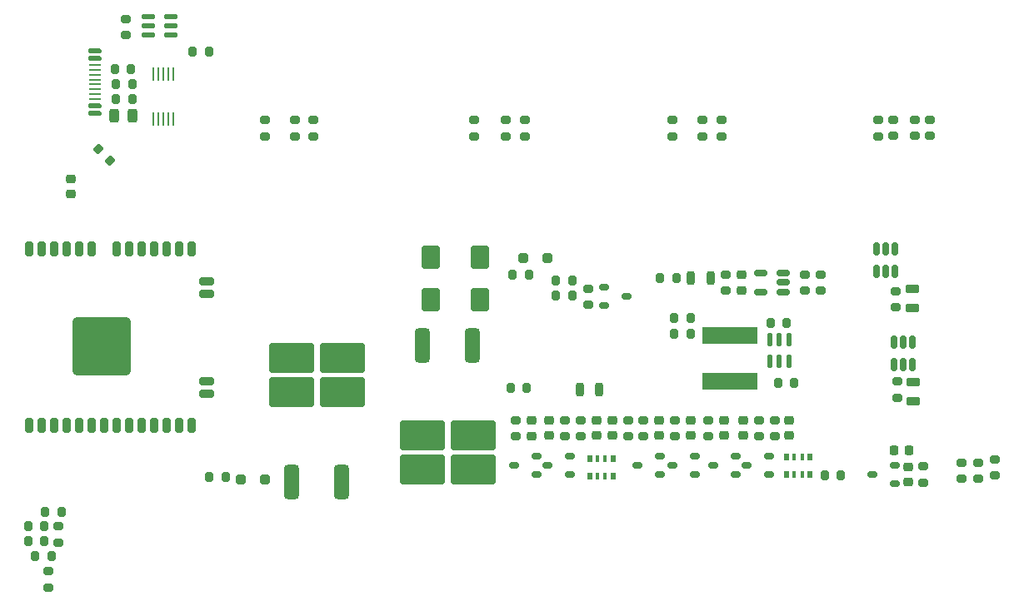
<source format=gbr>
%TF.GenerationSoftware,KiCad,Pcbnew,9.0.1-9.0.1-0~ubuntu24.04.1*%
%TF.CreationDate,2025-04-30T23:19:22+03:00*%
%TF.ProjectId,HYB_ESPA,4859425f-4553-4504-912e-6b696361645f,V_0.1b*%
%TF.SameCoordinates,PX5f5e100PY5f5e100*%
%TF.FileFunction,Paste,Top*%
%TF.FilePolarity,Positive*%
%FSLAX46Y46*%
G04 Gerber Fmt 4.6, Leading zero omitted, Abs format (unit mm)*
G04 Created by KiCad (PCBNEW 9.0.1-9.0.1-0~ubuntu24.04.1) date 2025-04-30 23:19:22*
%MOMM*%
%LPD*%
G01*
G04 APERTURE LIST*
G04 Aperture macros list*
%AMRoundRect*
0 Rectangle with rounded corners*
0 $1 Rounding radius*
0 $2 $3 $4 $5 $6 $7 $8 $9 X,Y pos of 4 corners*
0 Add a 4 corners polygon primitive as box body*
4,1,4,$2,$3,$4,$5,$6,$7,$8,$9,$2,$3,0*
0 Add four circle primitives for the rounded corners*
1,1,$1+$1,$2,$3*
1,1,$1+$1,$4,$5*
1,1,$1+$1,$6,$7*
1,1,$1+$1,$8,$9*
0 Add four rect primitives between the rounded corners*
20,1,$1+$1,$2,$3,$4,$5,0*
20,1,$1+$1,$4,$5,$6,$7,0*
20,1,$1+$1,$6,$7,$8,$9,0*
20,1,$1+$1,$8,$9,$2,$3,0*%
G04 Aperture macros list end*
%ADD10RoundRect,0.200000X-0.275000X0.200000X-0.275000X-0.200000X0.275000X-0.200000X0.275000X0.200000X0*%
%ADD11RoundRect,0.200000X0.200000X0.500000X-0.200000X0.500000X-0.200000X-0.500000X0.200000X-0.500000X0*%
%ADD12RoundRect,0.150000X0.150000X-0.512500X0.150000X0.512500X-0.150000X0.512500X-0.150000X-0.512500X0*%
%ADD13RoundRect,0.200000X-0.200000X-0.275000X0.200000X-0.275000X0.200000X0.275000X-0.200000X0.275000X0*%
%ADD14RoundRect,0.225000X0.250000X-0.225000X0.250000X0.225000X-0.250000X0.225000X-0.250000X-0.225000X0*%
%ADD15RoundRect,0.200000X0.275000X-0.200000X0.275000X0.200000X-0.275000X0.200000X-0.275000X-0.200000X0*%
%ADD16RoundRect,0.200000X0.200000X0.550060X-0.200000X0.550060X-0.200000X-0.550060X0.200000X-0.550060X0*%
%ADD17RoundRect,0.200000X-0.550060X0.200000X-0.550060X-0.200000X0.550060X-0.200000X0.550060X0.200000X0*%
%ADD18RoundRect,0.599999X2.399996X2.399996X-2.399996X2.399996X-2.399996X-2.399996X2.399996X-2.399996X0*%
%ADD19RoundRect,0.112500X-0.537500X0.112500X-0.537500X-0.112500X0.537500X-0.112500X0.537500X0.112500X0*%
%ADD20R,1.300000X0.240000*%
%ADD21R,0.500000X0.800000*%
%ADD22R,0.400000X0.800000*%
%ADD23RoundRect,0.137500X0.137500X-0.525000X0.137500X0.525000X-0.137500X0.525000X-0.137500X-0.525000X0*%
%ADD24RoundRect,0.200000X0.500000X-0.200000X0.500000X0.200000X-0.500000X0.200000X-0.500000X-0.200000X0*%
%ADD25RoundRect,0.150000X0.350000X0.150000X-0.350000X0.150000X-0.350000X-0.150000X0.350000X-0.150000X0*%
%ADD26RoundRect,0.225000X-0.250000X0.225000X-0.250000X-0.225000X0.250000X-0.225000X0.250000X0.225000X0*%
%ADD27RoundRect,0.200000X0.200000X0.275000X-0.200000X0.275000X-0.200000X-0.275000X0.200000X-0.275000X0*%
%ADD28RoundRect,0.340910X0.409090X-1.409090X0.409090X1.409090X-0.409090X1.409090X-0.409090X-1.409090X0*%
%ADD29RoundRect,0.164835X2.085165X-1.335165X2.085165X1.335165X-2.085165X1.335165X-2.085165X-1.335165X0*%
%ADD30RoundRect,0.200000X-0.335876X-0.053033X-0.053033X-0.335876X0.335876X0.053033X0.053033X0.335876X0*%
%ADD31RoundRect,0.250000X-0.250000X-0.250000X0.250000X-0.250000X0.250000X0.250000X-0.250000X0.250000X0*%
%ADD32R,5.700000X1.800000*%
%ADD33RoundRect,0.243750X0.243750X0.456250X-0.243750X0.456250X-0.243750X-0.456250X0.243750X-0.456250X0*%
%ADD34RoundRect,0.060000X-0.060000X0.590000X-0.060000X-0.590000X0.060000X-0.590000X0.060000X0.590000X0*%
%ADD35RoundRect,0.340910X-0.409090X1.409090X-0.409090X-1.409090X0.409090X-1.409090X0.409090X1.409090X0*%
%ADD36RoundRect,0.164835X-2.085165X1.335165X-2.085165X-1.335165X2.085165X-1.335165X2.085165X1.335165X0*%
%ADD37RoundRect,0.225000X-0.225000X-0.250000X0.225000X-0.250000X0.225000X0.250000X-0.225000X0.250000X0*%
%ADD38RoundRect,0.150000X0.512500X0.150000X-0.512500X0.150000X-0.512500X-0.150000X0.512500X-0.150000X0*%
%ADD39RoundRect,0.200000X-0.200000X-0.500000X0.200000X-0.500000X0.200000X0.500000X-0.200000X0.500000X0*%
%ADD40RoundRect,0.137500X0.525000X0.137500X-0.525000X0.137500X-0.525000X-0.137500X0.525000X-0.137500X0*%
%ADD41RoundRect,0.150000X-0.350000X-0.150000X0.350000X-0.150000X0.350000X0.150000X-0.350000X0.150000X0*%
%ADD42RoundRect,0.195652X0.704348X0.954348X-0.704348X0.954348X-0.704348X-0.954348X0.704348X-0.954348X0*%
G04 APERTURE END LIST*
D10*
%TO.C,R38*%
X91700000Y13525000D03*
X91700000Y11875000D03*
%TD*%
D11*
%TO.C,D2*%
X58800000Y21300000D03*
X56800000Y21300000D03*
%TD*%
D12*
%TO.C,U11*%
X86950000Y33362500D03*
X87900000Y33362500D03*
X88850000Y33362500D03*
X88850000Y35637500D03*
X87900000Y35637500D03*
X86950000Y35637500D03*
%TD*%
D10*
%TO.C,R37*%
X75000000Y18225000D03*
X75000000Y16575000D03*
%TD*%
D13*
%TO.C,R23*%
X49975000Y33000000D03*
X51625000Y33000000D03*
%TD*%
D14*
%TO.C,C7*%
X53700000Y16625000D03*
X53700000Y18175000D03*
%TD*%
D15*
%TO.C,F4*%
X97300000Y12300000D03*
X97300000Y13900000D03*
%TD*%
D10*
%TO.C,F3*%
X95600000Y13900000D03*
X95600000Y12300000D03*
%TD*%
D16*
%TO.C,U7*%
X853012Y17651761D03*
X2123012Y17651761D03*
X3393012Y17651761D03*
X4663012Y17651761D03*
X5933012Y17651761D03*
X7203012Y17651761D03*
X8473012Y17651761D03*
X9743012Y17651761D03*
X11013012Y17651761D03*
X12283012Y17651761D03*
X13553012Y17651761D03*
X14823012Y17651761D03*
X16093012Y17651761D03*
X17363012Y17651761D03*
D17*
X18853012Y20936761D03*
X18853012Y22206761D03*
X18853012Y31096761D03*
X18853012Y32366761D03*
D16*
X17363012Y35651761D03*
X16093012Y35651761D03*
X14823012Y35651761D03*
X13553012Y35651761D03*
X12283012Y35651761D03*
X11013012Y35651761D03*
X9743012Y35651761D03*
X7203012Y35651761D03*
X5933012Y35651761D03*
X4663012Y35651761D03*
X3393012Y35651761D03*
X2123012Y35651761D03*
X853012Y35651761D03*
D18*
X8193012Y25721761D03*
%TD*%
D19*
%TO.C,J2*%
X7510000Y55800000D03*
X7510000Y55000000D03*
D20*
X7510000Y53850000D03*
X7510000Y52850000D03*
X7510000Y52350000D03*
X7510000Y51350000D03*
D19*
X7510000Y50200000D03*
X7510000Y49400000D03*
X7510000Y49400000D03*
X7510000Y50200000D03*
D20*
X7510000Y50850000D03*
X7510000Y51850000D03*
X7510000Y53350000D03*
X7510000Y54350000D03*
D19*
X7510000Y55000000D03*
X7510000Y55800000D03*
%TD*%
D21*
%TO.C,RN2*%
X77800000Y12700000D03*
X77800000Y14500000D03*
D22*
X78600000Y12700000D03*
X78600000Y14500000D03*
X79400000Y12700000D03*
X79400000Y14500000D03*
D21*
X80200000Y12700000D03*
X80200000Y14500000D03*
%TD*%
D15*
%TO.C,R13*%
X87100000Y47075000D03*
X87100000Y48725000D03*
%TD*%
D10*
%TO.C,R20*%
X55300000Y18225000D03*
X55300000Y16575000D03*
%TD*%
D13*
%TO.C,R19*%
X19175000Y12400000D03*
X20825000Y12400000D03*
%TD*%
D15*
%TO.C,R17*%
X92400000Y47100000D03*
X92400000Y48750000D03*
%TD*%
D10*
%TO.C,R24*%
X50274590Y18200494D03*
X50274590Y16550494D03*
%TD*%
D15*
%TO.C,R12*%
X71200000Y47075000D03*
X71200000Y48725000D03*
%TD*%
D13*
%TO.C,R34*%
X81675000Y12600000D03*
X83325000Y12600000D03*
%TD*%
D15*
%TO.C,R36*%
X89100000Y20475000D03*
X89100000Y22125000D03*
%TD*%
%TO.C,R6*%
X27900000Y47075000D03*
X27900000Y48725000D03*
%TD*%
D14*
%TO.C,C9*%
X64900000Y16625000D03*
X64900000Y18175000D03*
%TD*%
D23*
%TO.C,U10*%
X76150000Y24162500D03*
X77100000Y24162500D03*
X78050000Y24162500D03*
X78050000Y26437500D03*
X77100000Y26437500D03*
X76150000Y26437500D03*
%TD*%
D24*
%TO.C,D6*%
X90700000Y20100000D03*
X90700000Y22100000D03*
%TD*%
D15*
%TO.C,R7*%
X29700000Y47075000D03*
X29700000Y48725000D03*
%TD*%
D25*
%TO.C,Q5*%
X55793717Y12650000D03*
X55793717Y14550000D03*
X53518717Y13600000D03*
%TD*%
%TO.C,Q6*%
X52393717Y12650000D03*
X52393717Y14550000D03*
X50118717Y13600000D03*
%TD*%
D26*
%TO.C,C20*%
X73238361Y32975000D03*
X73238361Y31425000D03*
%TD*%
D27*
%TO.C,C2*%
X19125000Y55700000D03*
X17475000Y55700000D03*
%TD*%
D14*
%TO.C,C19*%
X90200000Y11925000D03*
X90200000Y13475000D03*
%TD*%
%TO.C,C18*%
X73400000Y16625000D03*
X73400000Y18175000D03*
%TD*%
D25*
%TO.C,Q9*%
X88837500Y11750000D03*
X88837500Y13650000D03*
X86562500Y12700000D03*
%TD*%
%TO.C,Q8*%
X68537500Y12650000D03*
X68537500Y14550000D03*
X66262500Y13600000D03*
%TD*%
D28*
%TO.C,Q1*%
X27560000Y11900000D03*
D29*
X27500000Y21100000D03*
X32700000Y21100000D03*
X27500000Y24500000D03*
X32700000Y24500000D03*
D28*
X32640000Y11900000D03*
%TD*%
D27*
%TO.C,R30*%
X56025000Y32400000D03*
X54375000Y32400000D03*
%TD*%
D10*
%TO.C,R35*%
X66500000Y18225000D03*
X66500000Y16575000D03*
%TD*%
D27*
%TO.C,C24*%
X2425000Y5935170D03*
X775000Y5935170D03*
%TD*%
D30*
%TO.C,C27*%
X7916637Y45783363D03*
X9083363Y44616637D03*
%TD*%
D15*
%TO.C,R10*%
X46100000Y47075000D03*
X46100000Y48725000D03*
%TD*%
D31*
%TO.C,D4*%
X51050000Y34700000D03*
X53550000Y34700000D03*
%TD*%
D10*
%TO.C,R40*%
X69900000Y18225000D03*
X69900000Y16575000D03*
%TD*%
%TO.C,C26*%
X2800000Y2825000D03*
X2800000Y1175000D03*
%TD*%
D24*
%TO.C,D5*%
X90641339Y29594033D03*
X90641339Y31594033D03*
%TD*%
D13*
%TO.C,R41*%
X66427904Y27000000D03*
X68077904Y27000000D03*
%TD*%
D14*
%TO.C,C10*%
X51874590Y16600494D03*
X51874590Y18150494D03*
%TD*%
D15*
%TO.C,R9*%
X51200000Y47075000D03*
X51200000Y48725000D03*
%TD*%
D32*
%TO.C,L1*%
X72100000Y22200000D03*
X72100000Y26800000D03*
%TD*%
D25*
%TO.C,Q4*%
X64937500Y12650000D03*
X64937500Y14550000D03*
X62662500Y13600000D03*
%TD*%
D14*
%TO.C,C14*%
X68100000Y16625000D03*
X68100000Y18175000D03*
%TD*%
D15*
%TO.C,R46*%
X3800000Y5775000D03*
X3800000Y7425000D03*
%TD*%
D21*
%TO.C,RN1*%
X57800000Y12500000D03*
X57800000Y14300000D03*
D22*
X58600000Y12500000D03*
X58600000Y14300000D03*
X59400000Y12500000D03*
X59400000Y14300000D03*
D21*
X60200000Y12500000D03*
X60200000Y14300000D03*
%TD*%
D13*
%TO.C,R21*%
X49775000Y21500000D03*
X51425000Y21500000D03*
%TD*%
D10*
%TO.C,R42*%
X76600000Y18225000D03*
X76600000Y16575000D03*
%TD*%
%TO.C,R22*%
X61700000Y18225000D03*
X61700000Y16575000D03*
%TD*%
D15*
%TO.C,R15*%
X69300000Y47075000D03*
X69300000Y48725000D03*
%TD*%
D27*
%TO.C,R44*%
X4125000Y8900000D03*
X2475000Y8900000D03*
%TD*%
D25*
%TO.C,Q10*%
X76037500Y12650000D03*
X76037500Y14550000D03*
X73762500Y13600000D03*
%TD*%
D10*
%TO.C,C21*%
X81262500Y33025000D03*
X81262500Y31375000D03*
%TD*%
D33*
%TO.C,F1*%
X11337500Y49200000D03*
X9462500Y49200000D03*
%TD*%
D26*
%TO.C,C1*%
X5100000Y42775000D03*
X5100000Y41225000D03*
%TD*%
D27*
%TO.C,R26*%
X56055375Y30900000D03*
X54405375Y30900000D03*
%TD*%
D10*
%TO.C,R27*%
X56900000Y18225000D03*
X56900000Y16575000D03*
%TD*%
%TO.C,R28*%
X63300000Y18225000D03*
X63300000Y16575000D03*
%TD*%
D15*
%TO.C,R18*%
X88700000Y47100000D03*
X88700000Y48750000D03*
%TD*%
D34*
%TO.C,U2*%
X15500000Y53400000D03*
X15000000Y53400000D03*
X14500000Y53400000D03*
X14000000Y53400000D03*
X13500000Y53400000D03*
X13500000Y48800000D03*
X14000000Y48800000D03*
X14500000Y48800000D03*
X15000000Y48800000D03*
X15500000Y48800000D03*
%TD*%
D35*
%TO.C,Q3*%
X45940000Y25820680D03*
D36*
X46000000Y16620680D03*
X40800000Y16620680D03*
X46000000Y13220680D03*
X40800000Y13220680D03*
D35*
X40860000Y25820680D03*
%TD*%
D10*
%TO.C,R1*%
X10700000Y59025000D03*
X10700000Y57375000D03*
%TD*%
D37*
%TO.C,C16*%
X88725000Y15100000D03*
X90275000Y15100000D03*
%TD*%
D27*
%TO.C,C22*%
X77825000Y28100000D03*
X76175000Y28100000D03*
%TD*%
D10*
%TO.C,C13*%
X71638361Y33025000D03*
X71638361Y31375000D03*
%TD*%
D15*
%TO.C,R16*%
X90900000Y47100000D03*
X90900000Y48750000D03*
%TD*%
%TO.C,R8*%
X24800000Y47075000D03*
X24800000Y48725000D03*
%TD*%
D38*
%TO.C,U8*%
X77500000Y31250000D03*
X77500000Y32200000D03*
X77500000Y33150000D03*
X75225000Y33150000D03*
X75225000Y31250000D03*
%TD*%
D27*
%TO.C,R5*%
X11325000Y52400000D03*
X9675000Y52400000D03*
%TD*%
D14*
%TO.C,C17*%
X78100000Y16625000D03*
X78100000Y18175000D03*
%TD*%
%TO.C,C15*%
X71500000Y16625000D03*
X71500000Y18175000D03*
%TD*%
%TO.C,C11*%
X60100000Y16625000D03*
X60100000Y18175000D03*
%TD*%
D27*
%TO.C,R32*%
X78625000Y22000000D03*
X76975000Y22000000D03*
%TD*%
D15*
%TO.C,R33*%
X88900000Y29675000D03*
X88900000Y31325000D03*
%TD*%
D27*
%TO.C,R4*%
X11225000Y53905117D03*
X9575000Y53905117D03*
%TD*%
D39*
%TO.C,D3*%
X68100000Y32700000D03*
X70100000Y32700000D03*
%TD*%
D25*
%TO.C,Q7*%
X72637500Y12650000D03*
X72637500Y14550000D03*
X70362500Y13600000D03*
%TD*%
D13*
%TO.C,R2*%
X9675000Y50900000D03*
X11325000Y50900000D03*
%TD*%
D40*
%TO.C,U1*%
X15237500Y57350000D03*
X15237500Y58300000D03*
X15237500Y59250000D03*
X12962500Y59250000D03*
X12962500Y58300000D03*
X12962500Y57350000D03*
%TD*%
D15*
%TO.C,R14*%
X66200000Y47075000D03*
X66200000Y48725000D03*
%TD*%
%TO.C,R43*%
X99000000Y12575000D03*
X99000000Y14225000D03*
%TD*%
D27*
%TO.C,R45*%
X3125000Y4400000D03*
X1475000Y4400000D03*
%TD*%
D12*
%TO.C,U9*%
X88742493Y23840724D03*
X89692493Y23840724D03*
X90642493Y23840724D03*
X90642493Y26115724D03*
X89692493Y26115724D03*
X88742493Y26115724D03*
%TD*%
D15*
%TO.C,R11*%
X49300000Y47075000D03*
X49300000Y48725000D03*
%TD*%
D14*
%TO.C,C8*%
X58500000Y16625000D03*
X58500000Y18175000D03*
%TD*%
D27*
%TO.C,C25*%
X2425000Y7400000D03*
X775000Y7400000D03*
%TD*%
D41*
%TO.C,Q2*%
X59262500Y31750000D03*
X59262500Y29850000D03*
X61537500Y30800000D03*
%TD*%
D42*
%TO.C,D8*%
X46700000Y30500000D03*
X41700000Y30500000D03*
%TD*%
%TO.C,D7*%
X46700000Y34800000D03*
X41700000Y34800000D03*
%TD*%
D27*
%TO.C,R25*%
X66625000Y32700000D03*
X64975000Y32700000D03*
%TD*%
%TO.C,R39*%
X68077904Y28600000D03*
X66427904Y28600000D03*
%TD*%
D10*
%TO.C,R31*%
X79662500Y33025000D03*
X79662500Y31375000D03*
%TD*%
%TO.C,R29*%
X57700000Y31600000D03*
X57700000Y29950000D03*
%TD*%
D31*
%TO.C,D1*%
X22350000Y12200000D03*
X24850000Y12200000D03*
%TD*%
M02*

</source>
